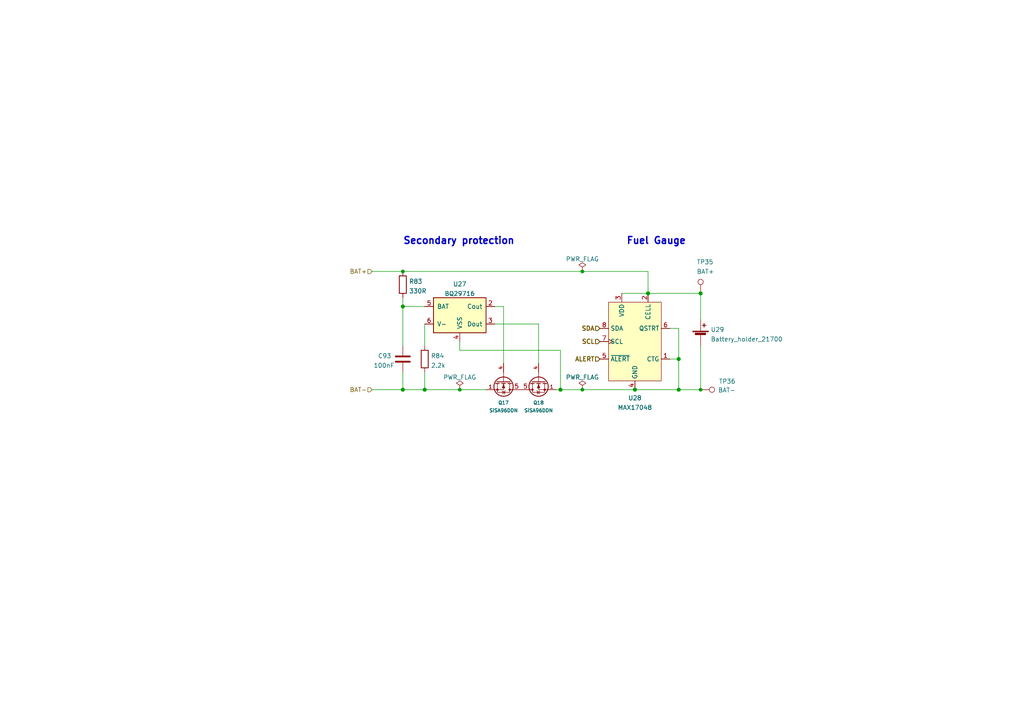
<source format=kicad_sch>
(kicad_sch (version 20210621) (generator eeschema)
  (paper "A4")
  (title_block (title "BUTCube - EPS") (date "2021-06-01") (rev "v1.0") (company "VUT - FIT(STRaDe) & FME(IAE & IPE)") (comment 1 "Author: Petr Malaník"))
  (lib_symbols
    (symbol "Battery_Management:BQ297xy" (pin_names (offset 1.016))
      (property "Reference" "U" (at -6.35 6.35 0))
      (property "Value" "BQ297xy" (at 5.08 -6.35 0))
      (symbol "BQ297xy_0_1"
        (rectangle (start -7.62 5.08) (end 7.62 -5.08) (stroke (width 0.254)) (fill (type background)))
      )
      (symbol "BQ297xy_1_1"
        (pin no_connect line (at 7.62 0 180) (length 2.54) hide (name "NC") (number "1"))
        (pin output line (at 10.16 2.54 180) (length 2.54) (name "Cout") (number "2"))
        (pin output line (at 10.16 -2.54 180) (length 2.54) (name "Dout") (number "3"))
        (pin power_in line (at 0 -7.62 90) (length 2.54) (name "VSS") (number "4"))
        (pin input line (at -10.16 2.54 0) (length 2.54) (name "BAT") (number "5"))
        (pin input line (at -10.16 -2.54 0) (length 2.54) (name "V-") (number "6"))
      )
    )
    (symbol "Connector:TestPoint" (pin_numbers hide) (pin_names (offset 0.762) hide)
      (property "Reference" "TP" (at 0 6.858 0))
      (property "Value" "TestPoint" (at 0 5.08 0))
      (symbol "TestPoint_0_1"
        (circle (center 0 3.302) (radius 0.762))
      )
      (symbol "TestPoint_1_1"
        (pin passive line (at 0 0 90) (length 2.54) (name "1") (number "1"))
      )
    )
    (symbol "Device:Battery_Cell" (pin_numbers hide) (pin_names (offset 0) hide)
      (property "Reference" "BT" (at 2.54 2.54 0))
      (property "Value" "Battery_Cell" (at 2.54 0 0))
      (symbol "Battery_Cell_0_1"
        (rectangle (start -2.286 1.778) (end 2.286 1.524) (fill (type outline)))
        (rectangle (start -1.5748 1.1938) (end 1.4732 0.6858) (fill (type outline)))
        (polyline (pts (xy 0 0.762) (xy 0 0)))
        (polyline (pts (xy 0 1.778) (xy 0 2.54)))
        (polyline (pts (xy 0.508 3.429) (xy 1.524 3.429)) (stroke (width 0.254)))
        (polyline (pts (xy 1.016 3.937) (xy 1.016 2.921)) (stroke (width 0.254)))
      )
      (symbol "Battery_Cell_1_1"
        (pin passive line (at 0 5.08 270) (length 2.54) (name "+") (number "1"))
        (pin passive line (at 0 -2.54 90) (length 2.54) (name "-") (number "2"))
      )
    )
    (symbol "Device:C" (pin_numbers hide) (pin_names (offset 0.254))
      (property "Reference" "C" (at 0.635 2.54 0))
      (property "Value" "C" (at 0.635 -2.54 0))
      (symbol "C_0_1"
        (polyline (pts (xy -2.032 -0.762) (xy 2.032 -0.762)) (stroke (width 0.508)))
        (polyline (pts (xy -2.032 0.762) (xy 2.032 0.762)) (stroke (width 0.508)))
      )
      (symbol "C_1_1"
        (pin passive line (at 0 3.81 270) (length 2.794) (name "~") (number "1"))
        (pin passive line (at 0 -3.81 90) (length 2.794) (name "~") (number "2"))
      )
    )
    (symbol "Device:R" (pin_numbers hide) (pin_names (offset 0))
      (property "Reference" "R" (at 2.032 0 90))
      (property "Value" "R" (at 0 0 90))
      (symbol "R_0_1"
        (rectangle (start -1.016 -2.54) (end 1.016 2.54) (stroke (width 0.254)))
      )
      (symbol "R_1_1"
        (pin passive line (at 0 3.81 270) (length 1.27) (name "~") (number "1"))
        (pin passive line (at 0 -3.81 90) (length 1.27) (name "~") (number "2"))
      )
    )
    (symbol "TCY_battery_management:MAX17048"
      (property "Reference" "U" (at 0 -16.51 0))
      (property "Value" "MAX17048" (at 0 -19.05 0))
      (symbol "MAX17048_0_1"
        (rectangle (start -7.62 11.43) (end 7.62 -11.43) (stroke (width 0.1524)) (fill (type background)))
      )
      (symbol "MAX17048_1_1"
        (pin passive line (at 10.16 -5.08 180) (length 2.54) (name "CTG") (number "1"))
        (pin input line (at 3.81 13.97 270) (length 2.54) (name "CELL") (number "2"))
        (pin input line (at -3.81 13.97 270) (length 2.54) (name "VDD") (number "3"))
        (pin passive line (at 0 -13.97 90) (length 2.54) (name "GND") (number "4"))
        (pin open_collector line (at -10.16 -5.08 0) (length 2.54) (name "~{ALERT}") (number "5"))
        (pin input line (at 10.16 3.81 180) (length 2.54) (name "QSTRT") (number "6"))
        (pin input clock (at -10.16 0 0) (length 2.54) (name "SCL") (number "7"))
        (pin bidirectional line (at -10.16 3.81 0) (length 2.54) (name "SDA") (number "8"))
        (pin passive line (at 0 -13.97 90) (length 2.54) hide (name "EP") (number "9"))
      )
    )
    (symbol "TCY_transistors:SiSA96DDN" (pin_names hide)
      (property "Reference" "Q" (at 7.62 1.27 0))
      (property "Value" "SiSA96DDN" (at 7.62 -1.27 0))
      (symbol "SiSA96DDN_0_1"
        (circle (center 1.651 0) (radius 2.794) (stroke (width 0.254)))
        (circle (center 2.54 -1.778) (radius 0.254) (fill (type outline)))
        (circle (center 2.54 1.778) (radius 0.254) (fill (type outline)))
        (polyline (pts (xy 0.254 0) (xy -2.54 0)))
        (polyline (pts (xy 0.254 1.905) (xy 0.254 -1.905)) (stroke (width 0.254)))
        (polyline (pts (xy 0.762 -1.27) (xy 0.762 -2.286)) (stroke (width 0.254)))
        (polyline (pts (xy 0.762 0.508) (xy 0.762 -0.508)) (stroke (width 0.254)))
        (polyline (pts (xy 0.762 2.286) (xy 0.762 1.27)) (stroke (width 0.254)))
        (polyline (pts (xy 2.54 2.54) (xy 2.54 1.778)))
        (polyline (pts (xy 2.54 2.54) (xy 2.54 1.778)))
        (polyline (pts (xy 2.54 -2.54) (xy 2.54 0) (xy 0.762 0)))
        (polyline (pts (xy 0.762 -1.778) (xy 3.302 -1.778) (xy 3.302 1.778) (xy 0.762 1.778)))
        (polyline (pts (xy 2.794 0.508) (xy 2.921 0.381) (xy 3.683 0.381) (xy 3.81 0.254)))
        (polyline (pts (xy 3.302 0.381) (xy 2.921 -0.254) (xy 3.683 -0.254) (xy 3.302 0.381)))
        (polyline (pts (xy 1.016 0) (xy 2.032 0.381) (xy 2.032 -0.381) (xy 1.016 0)) (fill (type outline)))
      )
      (symbol "SiSA96DDN_1_1"
        (pin passive line (at 2.54 -5.08 90) (length 2.54) (name "S") (number "1"))
        (pin passive line (at 2.54 -5.08 90) (length 2.54) hide (name "S") (number "2"))
        (pin passive line (at 2.54 -5.08 90) (length 2.54) hide (name "S") (number "3"))
        (pin passive line (at -5.08 0 0) (length 2.54) (name "G") (number "4"))
        (pin passive line (at 2.54 5.08 270) (length 2.54) (name "D") (number "5"))
      )
    )
    (symbol "power:PWR_FLAG" (power) (pin_numbers hide) (pin_names (offset 0) hide)
      (property "Value" "PWR_FLAG" (at 0 3.81 0))
      (symbol "PWR_FLAG_0_0"
        (pin power_out line (at 0 0 90) (length 0) (name "pwr") (number "1"))
      )
      (symbol "PWR_FLAG_0_1"
        (polyline (pts (xy 0 0) (xy 0 1.27) (xy -1.016 1.905) (xy 0 2.54) (xy 1.016 1.905) (xy 0 1.27)))
      )
    )
  )
  (junction (at 116.84 78.74) (diameter 0.9144))
  (junction (at 116.84 88.9) (diameter 1.016))
  (junction (at 116.84 113.03) (diameter 1.016))
  (junction (at 123.19 113.03) (diameter 1.016))
  (junction (at 133.35 113.03) (diameter 0.9144))
  (junction (at 162.56 113.03) (diameter 1.016))
  (junction (at 168.91 78.74) (diameter 0.9144))
  (junction (at 168.91 113.03) (diameter 0.9144))
  (junction (at 184.15 113.03) (diameter 1.016))
  (junction (at 187.96 85.09) (diameter 1.016))
  (junction (at 196.85 104.14) (diameter 1.016))
  (junction (at 196.85 113.03) (diameter 1.016))
  (junction (at 203.2 85.09) (diameter 1.016))
  (junction (at 203.2 113.03) (diameter 0.9144))
  (wire (pts (xy 107.95 78.74) (xy 116.84 78.74)))
  (wire (pts (xy 107.95 113.03) (xy 116.84 113.03)))
  (wire (pts (xy 116.84 78.74) (xy 168.91 78.74)))
  (wire (pts (xy 116.84 88.9) (xy 116.84 86.36)))
  (wire (pts (xy 116.84 88.9) (xy 116.84 100.33)))
  (wire (pts (xy 116.84 107.95) (xy 116.84 113.03)))
  (wire (pts (xy 116.84 113.03) (xy 123.19 113.03)))
  (wire (pts (xy 123.19 88.9) (xy 116.84 88.9)))
  (wire (pts (xy 123.19 93.98) (xy 123.19 100.33)))
  (wire (pts (xy 123.19 107.95) (xy 123.19 113.03)))
  (wire (pts (xy 123.19 113.03) (xy 133.35 113.03)))
  (wire (pts (xy 133.35 99.06) (xy 133.35 101.6)))
  (wire (pts (xy 133.35 101.6) (xy 162.56 101.6)))
  (wire (pts (xy 133.35 113.03) (xy 140.97 113.03)))
  (wire (pts (xy 146.05 88.9) (xy 143.51 88.9)))
  (wire (pts (xy 146.05 105.41) (xy 146.05 88.9)))
  (wire (pts (xy 156.21 93.98) (xy 143.51 93.98)))
  (wire (pts (xy 156.21 105.41) (xy 156.21 93.98)))
  (wire (pts (xy 161.29 113.03) (xy 162.56 113.03)))
  (wire (pts (xy 162.56 101.6) (xy 162.56 113.03)))
  (wire (pts (xy 162.56 113.03) (xy 168.91 113.03)))
  (wire (pts (xy 168.91 78.74) (xy 187.96 78.74)))
  (wire (pts (xy 168.91 113.03) (xy 184.15 113.03)))
  (wire (pts (xy 180.34 85.09) (xy 187.96 85.09)))
  (wire (pts (xy 184.15 113.03) (xy 196.85 113.03)))
  (wire (pts (xy 187.96 78.74) (xy 187.96 85.09)))
  (wire (pts (xy 194.31 95.25) (xy 196.85 95.25)))
  (wire (pts (xy 194.31 104.14) (xy 196.85 104.14)))
  (wire (pts (xy 196.85 95.25) (xy 196.85 104.14)))
  (wire (pts (xy 196.85 104.14) (xy 196.85 113.03)))
  (wire (pts (xy 196.85 113.03) (xy 203.2 113.03)))
  (wire (pts (xy 203.2 85.09) (xy 187.96 85.09)))
  (wire (pts (xy 203.2 92.71) (xy 203.2 85.09)))
  (wire (pts (xy 203.2 113.03) (xy 203.2 100.33)))
  (text "Secondary protection" (at 116.84 71.12 0) (effects (font (size 2 2) (thickness 0.4) bold) (justify left bottom)))
  (text "Fuel Gauge" (at 181.61 71.12 0) (effects (font (size 2 2) (thickness 0.4) bold) (justify left bottom)))
  (hierarchical_label "BAT+" (shape input) (at 107.95 78.74 180))
  (hierarchical_label "BAT-" (shape input) (at 107.95 113.03 180))
  (hierarchical_label "SDA" (shape input) (at 173.99 95.25 180) (effects (font (thickness 0.254))))
  (hierarchical_label "SCL" (shape input) (at 173.99 99.06 180) (effects (font (thickness 0.254))))
  (hierarchical_label "ALERT" (shape input) (at 173.99 104.14 180) (effects (font (thickness 0.254))))
  (symbol (lib_id "power:PWR_FLAG") (at 133.35 113.03 0)
    (property "Reference" "#FLG019" (effects hide))
    (property "Value" "PWR_FLAG" (at 133.35 109.4254 0))
  )
  (symbol (lib_id "power:PWR_FLAG") (at 168.91 78.74 0)
    (property "Reference" "#FLG020" (effects hide))
    (property "Value" "PWR_FLAG" (at 168.91 75.1354 0))
  )
  (symbol (lib_id "power:PWR_FLAG") (at 168.91 113.03 0)
    (property "Reference" "#FLG021" (effects hide))
    (property "Value" "PWR_FLAG" (at 168.91 109.4254 0))
  )
  (symbol (lib_id "Connector:TestPoint") (at 203.2 85.09 0)
    (property "Reference" "TP35" (at 202.0571 75.99 0) (effects (justify left)))
    (property "Value" "BAT+" (at 202.0571 78.7651 0) (effects (justify left)))
    (property "Footprint" "TCY_connectors:TestPoint_Pad_D0.5mm" (effects hide))
  )
  (symbol (lib_id "Connector:TestPoint") (at 203.2 113.03 270)
    (property "Reference" "TP36" (at 208.49 110.6171 90) (effects (justify left)))
    (property "Value" "BAT-" (at 208.2549 113.1571 90) (effects (justify left)))
    (property "Footprint" "TCY_connectors:TestPoint_Pad_D0.5mm" (effects hide))
  )
  (symbol (lib_id "Device:R") (at 116.84 82.55 0)
    (property "Reference" "R83" (at 118.6181 81.6415 0) (effects (justify left)))
    (property "Value" "330R" (at 118.6181 84.4166 0) (effects (justify left)))
    (property "Footprint" "TCY_passives:R_0603_1608Metric" (effects hide))
  )
  (symbol (lib_id "Device:R") (at 123.19 104.14 0)
    (property "Reference" "R84" (at 124.9681 103.2315 0) (effects (justify left)))
    (property "Value" "2.2k" (at 124.9681 106.0066 0) (effects (justify left)))
    (property "Footprint" "TCY_passives:R_0603_1608Metric" (effects hide))
  )
  (symbol (lib_id "Device:C") (at 116.84 104.14 0)
    (property "Reference" "C93" (at 109.6011 103.2315 0) (effects (justify left)))
    (property "Value" "100nF" (at 108.3311 106.0066 0) (effects (justify left)))
    (property "Footprint" "TCY_passives:C_0603_1608Metric" (effects hide))
  )
  (symbol (lib_id "Device:Battery_Cell") (at 203.2 97.79 0)
    (property "Reference" "U29" (at 206.1211 95.6115 0) (effects (justify left)))
    (property "Value" "Battery_holder_21700" (at 206.1211 98.3866 0) (effects (justify left)))
    (property "Footprint" "TCY_connectors:Keystone_1121" (effects hide))
  )
  (symbol (lib_id "TCY_transistors:SiSA96DDN") (at 146.05 110.49 270)
    (property "Reference" "Q17" (at 146.05 116.8166 90) (effects (font (size 1 1))))
    (property "Value" "SiSA96DDN" (at 146.05 119.0556 90) (effects (font (size 1 1))))
    (property "Footprint" "Package_SO:Vishay_PowerPAK_1212-8_Single" (effects hide))
    (property "Datasheet" "https://www.vishay.com/docs/75285/sisa96dn.pdf" (effects hide))
  )
  (symbol (lib_id "TCY_transistors:SiSA96DDN") (at 156.21 110.49 90) (mirror x)
    (property "Reference" "Q18" (at 156.21 116.8166 90) (effects (font (size 1 1))))
    (property "Value" "SiSA96DDN" (at 156.21 119.0556 90) (effects (font (size 1 1))))
    (property "Footprint" "Package_SO:Vishay_PowerPAK_1212-8_Single" (effects hide))
    (property "Datasheet" "https://www.vishay.com/docs/75285/sisa96dn.pdf" (effects hide))
  )
  (symbol (lib_id "Battery_Management:BQ297xy") (at 133.35 91.44 0)
    (property "Reference" "U27" (at 133.35 82.3934 0))
    (property "Value" "BQ29716" (at 133.35 85.1685 0))
    (property "Footprint" "Package_SON:WSON-6_1.5x1.5mm_P0.5mm" (effects hide))
    (property "Datasheet" "http://www.ti.com/lit/ds/symlink/bq2970.pdf" (effects hide))
  )
  (symbol (lib_id "TCY_battery_management:MAX17048") (at 184.15 99.06 0)
    (property "Reference" "U28" (at 184.15 115.4336 0))
    (property "Value" "MAX17048" (at 184.15 118.2087 0))
    (property "Footprint" "Package_DFN_QFN:DFN-8-1EP_2x2mm_P0.5mm_EP1.05x1.75mm" (effects hide))
    (property "Datasheet" "https://datasheets.maximintegrated.com/en/ds/MAX17048-MAX17049.pdf" (effects hide))
  )
)
</source>
